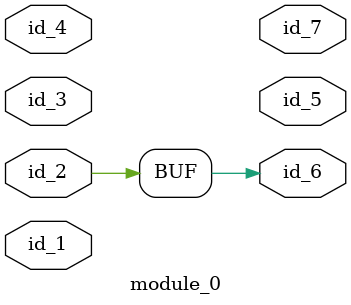
<source format=v>
module module_0 (
    id_1,
    id_2,
    id_3,
    id_4,
    id_5,
    id_6,
    id_7
);
  output id_7;
  output id_6;
  output id_5;
  inout id_4;
  input id_3;
  inout id_2;
  inout id_1;
  assign id_6 = id_2;
endmodule

</source>
